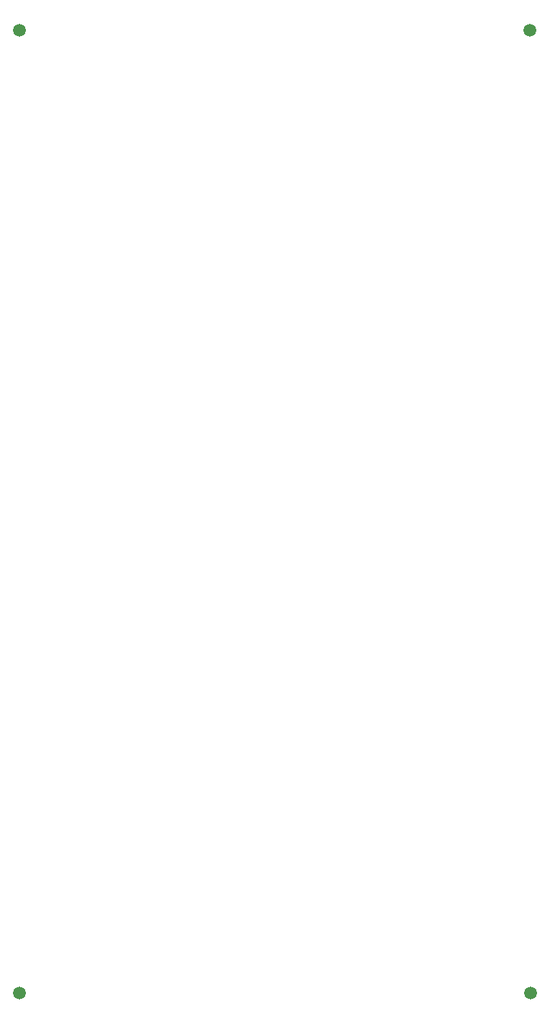
<source format=gbr>
%TF.GenerationSoftware,Altium Limited,Altium Designer,24.6.1 (21)*%
G04 Layer_Color=0*
%FSLAX45Y45*%
%MOMM*%
%TF.SameCoordinates,67D5D49C-F10C-4C33-88A2-04FC769B4017*%
%TF.FilePolarity,Positive*%
%TF.FileFunction,Plated,1,2,PTH,Drill*%
%TF.Part,Single*%
G01*
G75*
%TA.AperFunction,ViaDrill,NotFilled*%
%ADD22C,1.50000*%
D22*
X9426400Y389776D02*
D03*
X3420000Y390000D02*
D03*
X9421600Y11702000D02*
D03*
X3416371Y11699637D02*
D03*
%TF.MD5,295d38a33bbce86d2cdebea826c17342*%
M02*

</source>
